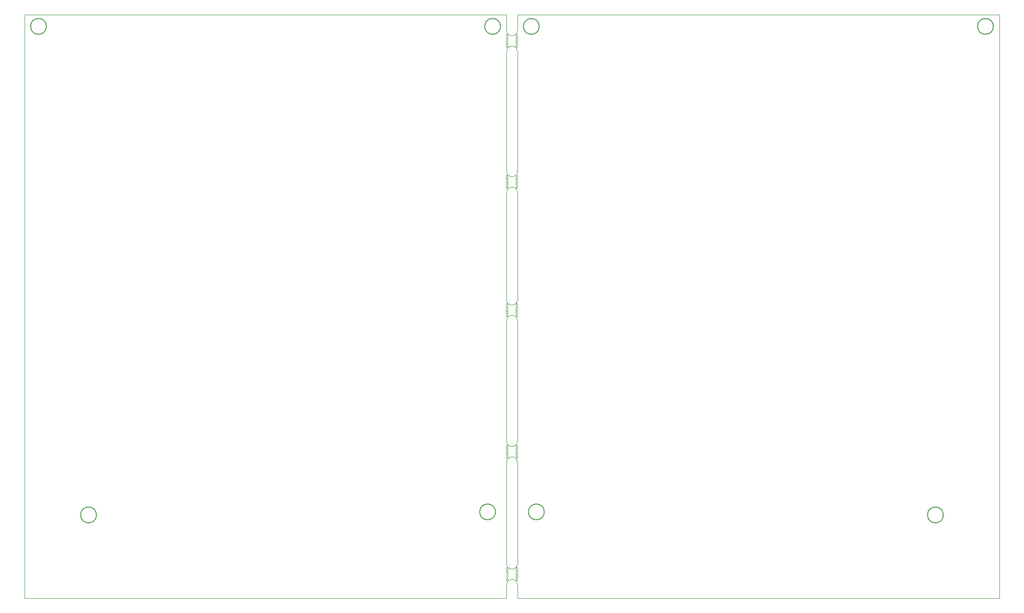
<source format=gbr>
%TF.GenerationSoftware,KiCad,Pcbnew,(6.0.10)*%
%TF.CreationDate,2023-02-08T13:20:32+00:00*%
%TF.ProjectId,fjol-daisy,666a6f6c-2d64-4616-9973-792e6b696361,rev?*%
%TF.SameCoordinates,Original*%
%TF.FileFunction,Profile,NP*%
%FSLAX46Y46*%
G04 Gerber Fmt 4.6, Leading zero omitted, Abs format (unit mm)*
G04 Created by KiCad (PCBNEW (6.0.10)) date 2023-02-08 13:20:32*
%MOMM*%
%LPD*%
G01*
G04 APERTURE LIST*
%TA.AperFunction,Profile*%
%ADD10C,0.150000*%
%TD*%
%TA.AperFunction,Profile*%
%ADD11C,0.050000*%
%TD*%
G04 APERTURE END LIST*
D10*
X181732838Y-53056780D02*
G75*
G03*
X181732838Y-53056780I-1500000J0D01*
G01*
X180788438Y-145121180D02*
G75*
G03*
X180788438Y-145121180I-1500000J0D01*
G01*
D11*
X182882933Y-135690438D02*
X182880000Y-154980000D01*
X185038494Y-157981506D02*
G75*
G03*
X185038494Y-157981506I-198494J0D01*
G01*
X184930411Y-108853821D02*
G75*
G03*
X182880000Y-108866691I-1025111J-21479D01*
G01*
X185018494Y-54743012D02*
G75*
G03*
X185018494Y-54743012I-198494J0D01*
G01*
X183181427Y-82023450D02*
G75*
G03*
X183181427Y-82023450I-198494J0D01*
G01*
X276243438Y-161506749D02*
X276243438Y-50838949D01*
X183178494Y-54770000D02*
G75*
G03*
X183178494Y-54770000I-198494J0D01*
G01*
X183178494Y-55813012D02*
G75*
G03*
X183178494Y-55813012I-198494J0D01*
G01*
X184933371Y-84524258D02*
X184930438Y-104913820D01*
X182882946Y-80550438D02*
G75*
G03*
X184933371Y-80554258I1025254J20338D01*
G01*
X184930487Y-158923819D02*
G75*
G03*
X182880000Y-158920000I-1025287J-21481D01*
G01*
X184930438Y-108853820D02*
X184930438Y-131720438D01*
X185021427Y-82516462D02*
G75*
G03*
X185021427Y-82516462I-198494J0D01*
G01*
X185038494Y-157421506D02*
G75*
G03*
X185038494Y-157421506I-198494J0D01*
G01*
X182880000Y-50835129D02*
X91567000Y-50835129D01*
X185018494Y-105803012D02*
G75*
G03*
X185018494Y-105803012I-198494J0D01*
G01*
X182880079Y-53819998D02*
G75*
G03*
X184930438Y-53823820I1025221J20298D01*
G01*
X185018494Y-106326024D02*
G75*
G03*
X185018494Y-106326024I-198494J0D01*
G01*
D10*
X265618719Y-145700000D02*
G75*
G03*
X265618719Y-145700000I-1500000J0D01*
G01*
D11*
X185018494Y-56306024D02*
G75*
G03*
X185018494Y-56306024I-198494J0D01*
G01*
D10*
X190022000Y-145125000D02*
G75*
G03*
X190022000Y-145125000I-1500000J0D01*
G01*
D11*
X185018494Y-107366024D02*
G75*
G03*
X185018494Y-107366024I-198494J0D01*
G01*
X91567000Y-161502929D02*
X182880000Y-161502929D01*
X185038494Y-155858494D02*
G75*
G03*
X185038494Y-155858494I-198494J0D01*
G01*
X184930438Y-161506749D02*
X184930438Y-158923820D01*
X183198494Y-157448494D02*
G75*
G03*
X183198494Y-157448494I-198494J0D01*
G01*
X183198494Y-155885482D02*
G75*
G03*
X183198494Y-155885482I-198494J0D01*
G01*
X183198494Y-156928494D02*
G75*
G03*
X183198494Y-156928494I-198494J0D01*
G01*
X183178494Y-105830000D02*
G75*
G03*
X183178494Y-105830000I-198494J0D01*
G01*
X182880099Y-131733306D02*
G75*
G03*
X184930438Y-131720438I1025001J33306D01*
G01*
X183181427Y-133193450D02*
G75*
G03*
X183181427Y-133193450I-198494J0D01*
G01*
X182880000Y-108866691D02*
X182880000Y-131733309D01*
X184933392Y-135694257D02*
G75*
G03*
X182882933Y-135690438I-1025292J-31543D01*
G01*
X185021427Y-133686462D02*
G75*
G03*
X185021427Y-133686462I-198494J0D01*
G01*
X185018494Y-55786024D02*
G75*
G03*
X185018494Y-55786024I-198494J0D01*
G01*
X182880000Y-57790000D02*
X182882933Y-80550438D01*
X183178494Y-106873012D02*
G75*
G03*
X183178494Y-106873012I-198494J0D01*
G01*
X182880023Y-154979999D02*
G75*
G03*
X184930438Y-154983820I1025277J35399D01*
G01*
D10*
X105191719Y-145696180D02*
G75*
G03*
X105191719Y-145696180I-1500000J0D01*
G01*
D11*
X185018494Y-106846024D02*
G75*
G03*
X185018494Y-106846024I-198494J0D01*
G01*
X184930438Y-57793820D02*
X184933371Y-80554258D01*
D10*
X95714162Y-53056780D02*
G75*
G03*
X95714162Y-53056780I-1500000J0D01*
G01*
D11*
X185021427Y-83036462D02*
G75*
G03*
X185021427Y-83036462I-198494J0D01*
G01*
X185021427Y-132643450D02*
G75*
G03*
X185021427Y-132643450I-198494J0D01*
G01*
X183178494Y-106353012D02*
G75*
G03*
X183178494Y-106353012I-198494J0D01*
G01*
X185018494Y-56866024D02*
G75*
G03*
X185018494Y-56866024I-198494J0D01*
G01*
X91567000Y-50835129D02*
X91567000Y-161502929D01*
X183178494Y-56893012D02*
G75*
G03*
X183178494Y-56893012I-198494J0D01*
G01*
X183181427Y-82543450D02*
G75*
G03*
X183181427Y-82543450I-198494J0D01*
G01*
X183181427Y-81500438D02*
G75*
G03*
X183181427Y-81500438I-198494J0D01*
G01*
X183178494Y-56333012D02*
G75*
G03*
X183178494Y-56333012I-198494J0D01*
G01*
X183178494Y-55293012D02*
G75*
G03*
X183178494Y-55293012I-198494J0D01*
G01*
X183181427Y-133713450D02*
G75*
G03*
X183181427Y-133713450I-198494J0D01*
G01*
D10*
X275096276Y-53060600D02*
G75*
G03*
X275096276Y-53060600I-1500000J0D01*
G01*
D11*
X184930438Y-50838949D02*
X184930438Y-53823820D01*
X184930438Y-161506749D02*
X276243438Y-161506749D01*
X185021427Y-133166462D02*
G75*
G03*
X185021427Y-133166462I-198494J0D01*
G01*
X182880000Y-161502929D02*
X182880000Y-158920000D01*
X183178494Y-107953012D02*
G75*
G03*
X183178494Y-107953012I-198494J0D01*
G01*
X276243438Y-50838949D02*
X184930438Y-50838949D01*
X185038494Y-156901506D02*
G75*
G03*
X185038494Y-156901506I-198494J0D01*
G01*
X185018494Y-55266024D02*
G75*
G03*
X185018494Y-55266024I-198494J0D01*
G01*
X185021427Y-81473450D02*
G75*
G03*
X185021427Y-81473450I-198494J0D01*
G01*
X183198494Y-156408494D02*
G75*
G03*
X183198494Y-156408494I-198494J0D01*
G01*
X184930525Y-57793817D02*
G75*
G03*
X182880000Y-57790000I-1025325J-31483D01*
G01*
X183181427Y-134233450D02*
G75*
G03*
X183181427Y-134233450I-198494J0D01*
G01*
X183181427Y-134793450D02*
G75*
G03*
X183181427Y-134793450I-198494J0D01*
G01*
X185021427Y-134206462D02*
G75*
G03*
X185021427Y-134206462I-198494J0D01*
G01*
X182880000Y-50835129D02*
X182880000Y-53820000D01*
X183178494Y-107393012D02*
G75*
G03*
X183178494Y-107393012I-198494J0D01*
G01*
X185021427Y-83596462D02*
G75*
G03*
X185021427Y-83596462I-198494J0D01*
G01*
X183181427Y-83063450D02*
G75*
G03*
X183181427Y-83063450I-198494J0D01*
G01*
X185038494Y-156381506D02*
G75*
G03*
X185038494Y-156381506I-198494J0D01*
G01*
X183198494Y-158008494D02*
G75*
G03*
X183198494Y-158008494I-198494J0D01*
G01*
X185021427Y-81996462D02*
G75*
G03*
X185021427Y-81996462I-198494J0D01*
G01*
X185021427Y-134766462D02*
G75*
G03*
X185021427Y-134766462I-198494J0D01*
G01*
X185018494Y-107926024D02*
G75*
G03*
X185018494Y-107926024I-198494J0D01*
G01*
X182880000Y-104910000D02*
X182882933Y-84520438D01*
X184930438Y-154983820D02*
X184933371Y-135694258D01*
X183181427Y-83623450D02*
G75*
G03*
X183181427Y-83623450I-198494J0D01*
G01*
D10*
X189077600Y-53060600D02*
G75*
G03*
X189077600Y-53060600I-1500000J0D01*
G01*
D11*
X183181427Y-132670438D02*
G75*
G03*
X183181427Y-132670438I-198494J0D01*
G01*
X182880061Y-104909998D02*
G75*
G03*
X184930438Y-104913820I1025239J25398D01*
G01*
X184933392Y-84524257D02*
G75*
G03*
X182882933Y-84520438I-1025292J-31543D01*
G01*
M02*

</source>
